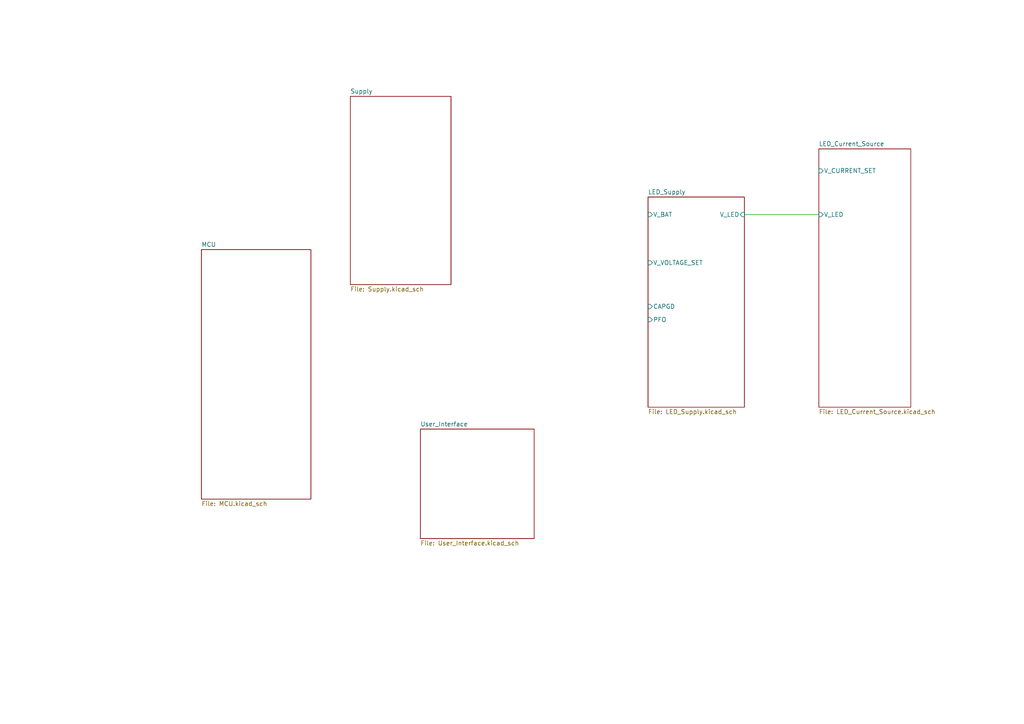
<source format=kicad_sch>
(kicad_sch
	(version 20250114)
	(generator "eeschema")
	(generator_version "9.0")
	(uuid "256082dc-9c82-41ae-bfb7-0b4bd4121c78")
	(paper "A4")
	(lib_symbols)
	(wire
		(pts
			(xy 215.9 62.23) (xy 237.49 62.23)
		)
		(stroke
			(width 0)
			(type default)
		)
		(uuid "8bf67dfa-1f2b-4174-876d-28077e2fc542")
	)
	(sheet
		(at 187.96 57.15)
		(size 27.94 60.96)
		(exclude_from_sim no)
		(in_bom yes)
		(on_board yes)
		(dnp no)
		(fields_autoplaced yes)
		(stroke
			(width 0.1524)
			(type solid)
		)
		(fill
			(color 0 0 0 0.0000)
		)
		(uuid "20812885-5a6f-4708-82f0-e6ad3403d690")
		(property "Sheetname" "LED_Supply"
			(at 187.96 56.4384 0)
			(effects
				(font
					(size 1.27 1.27)
				)
				(justify left bottom)
			)
		)
		(property "Sheetfile" "LED_Supply.kicad_sch"
			(at 187.96 118.6946 0)
			(effects
				(font
					(size 1.27 1.27)
				)
				(justify left top)
			)
		)
		(pin "CAPGD" input
			(at 187.96 88.9 180)
			(uuid "0ac7b74b-a965-4c32-811d-57197e8aa4aa")
			(effects
				(font
					(size 1.27 1.27)
				)
				(justify left)
			)
		)
		(pin "PFO" input
			(at 187.96 92.71 180)
			(uuid "ebe37a57-00a5-4d83-8202-b7be068eeed4")
			(effects
				(font
					(size 1.27 1.27)
				)
				(justify left)
			)
		)
		(pin "V_BAT" input
			(at 187.96 62.23 180)
			(uuid "7c702676-27c8-4892-a41a-9c5bfb7e1b5a")
			(effects
				(font
					(size 1.27 1.27)
				)
				(justify left)
			)
		)
		(pin "V_LED" input
			(at 215.9 62.23 0)
			(uuid "63a34d26-f805-49f2-a3cf-cc96ba1eb0b9")
			(effects
				(font
					(size 1.27 1.27)
				)
				(justify right)
			)
		)
		(pin "V_VOLTAGE_SET" input
			(at 187.96 76.2 180)
			(uuid "199bf022-c898-4ad2-b302-c2c103f39c1e")
			(effects
				(font
					(size 1.27 1.27)
				)
				(justify left)
			)
		)
		(instances
			(project "TrashFlash"
				(path "/256082dc-9c82-41ae-bfb7-0b4bd4121c78"
					(page "3")
				)
			)
		)
	)
	(sheet
		(at 58.42 72.39)
		(size 31.75 72.39)
		(exclude_from_sim no)
		(in_bom yes)
		(on_board yes)
		(dnp no)
		(fields_autoplaced yes)
		(stroke
			(width 0.1524)
			(type solid)
		)
		(fill
			(color 0 0 0 0.0000)
		)
		(uuid "595e1b8f-f241-4d24-ad57-f9d3d2282090")
		(property "Sheetname" "MCU"
			(at 58.42 71.6784 0)
			(effects
				(font
					(size 1.27 1.27)
				)
				(justify left bottom)
			)
		)
		(property "Sheetfile" "MCU.kicad_sch"
			(at 58.42 145.3646 0)
			(effects
				(font
					(size 1.27 1.27)
				)
				(justify left top)
			)
		)
		(instances
			(project "TrashFlash"
				(path "/256082dc-9c82-41ae-bfb7-0b4bd4121c78"
					(page "4")
				)
			)
		)
	)
	(sheet
		(at 101.6 27.94)
		(size 29.21 54.61)
		(exclude_from_sim no)
		(in_bom yes)
		(on_board yes)
		(dnp no)
		(fields_autoplaced yes)
		(stroke
			(width 0.1524)
			(type solid)
		)
		(fill
			(color 0 0 0 0.0000)
		)
		(uuid "80bea837-454b-4907-9606-e09ea92f0071")
		(property "Sheetname" "Supply"
			(at 101.6 27.2284 0)
			(effects
				(font
					(size 1.27 1.27)
				)
				(justify left bottom)
			)
		)
		(property "Sheetfile" "Supply.kicad_sch"
			(at 101.6 83.1346 0)
			(effects
				(font
					(size 1.27 1.27)
				)
				(justify left top)
			)
		)
		(instances
			(project "TrashFlash"
				(path "/256082dc-9c82-41ae-bfb7-0b4bd4121c78"
					(page "5")
				)
			)
		)
	)
	(sheet
		(at 237.49 43.18)
		(size 26.67 74.93)
		(exclude_from_sim no)
		(in_bom yes)
		(on_board yes)
		(dnp no)
		(fields_autoplaced yes)
		(stroke
			(width 0.1524)
			(type solid)
		)
		(fill
			(color 0 0 0 0.0000)
		)
		(uuid "b540a372-b28b-49dd-801f-e36c7fece9b9")
		(property "Sheetname" "LED_Current_Source"
			(at 237.49 42.4684 0)
			(effects
				(font
					(size 1.27 1.27)
				)
				(justify left bottom)
			)
		)
		(property "Sheetfile" "LED_Current_Source.kicad_sch"
			(at 237.49 118.6946 0)
			(effects
				(font
					(size 1.27 1.27)
				)
				(justify left top)
			)
		)
		(pin "V_LED" input
			(at 237.49 62.23 180)
			(uuid "609ed700-e3bb-4574-8f10-bd4730f8231c")
			(effects
				(font
					(size 1.27 1.27)
				)
				(justify left)
			)
		)
		(pin "V_CURRENT_SET" input
			(at 237.49 49.53 180)
			(uuid "ee52ecb9-56e0-4c31-a098-e3969dcf9b07")
			(effects
				(font
					(size 1.27 1.27)
				)
				(justify left)
			)
		)
		(instances
			(project "TrashFlash"
				(path "/256082dc-9c82-41ae-bfb7-0b4bd4121c78"
					(page "2")
				)
			)
		)
	)
	(sheet
		(at 121.92 124.46)
		(size 33.02 31.75)
		(exclude_from_sim no)
		(in_bom yes)
		(on_board yes)
		(dnp no)
		(fields_autoplaced yes)
		(stroke
			(width 0.1524)
			(type solid)
		)
		(fill
			(color 0 0 0 0.0000)
		)
		(uuid "fa02bcf9-bdc6-4000-b431-14bacede6ea5")
		(property "Sheetname" "User_Interface"
			(at 121.92 123.7484 0)
			(effects
				(font
					(size 1.27 1.27)
				)
				(justify left bottom)
			)
		)
		(property "Sheetfile" "User_Interface.kicad_sch"
			(at 121.92 156.7946 0)
			(effects
				(font
					(size 1.27 1.27)
				)
				(justify left top)
			)
		)
		(instances
			(project "TrashFlash"
				(path "/256082dc-9c82-41ae-bfb7-0b4bd4121c78"
					(page "6")
				)
			)
		)
	)
	(sheet_instances
		(path "/"
			(page "1")
		)
	)
	(embedded_fonts no)
)

</source>
